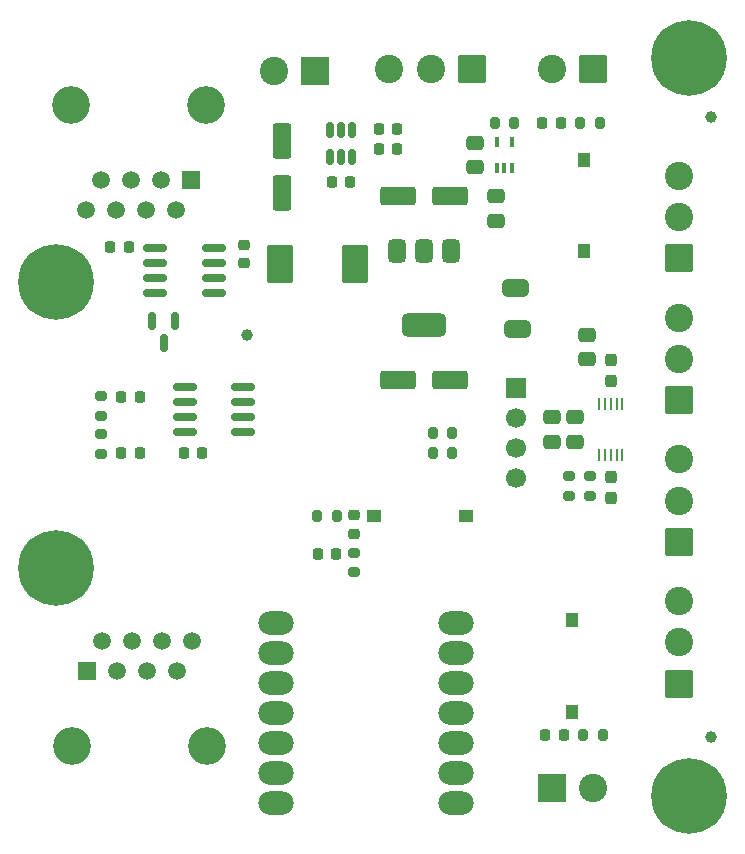
<source format=gbr>
%TF.GenerationSoftware,KiCad,Pcbnew,9.0.1*%
%TF.CreationDate,2026-01-14T23:07:50-05:00*%
%TF.ProjectId,pcb,7063622e-6b69-4636-9164-5f7063625858,1.0*%
%TF.SameCoordinates,Original*%
%TF.FileFunction,Soldermask,Top*%
%TF.FilePolarity,Negative*%
%FSLAX46Y46*%
G04 Gerber Fmt 4.6, Leading zero omitted, Abs format (unit mm)*
G04 Created by KiCad (PCBNEW 9.0.1) date 2026-01-14 23:07:50*
%MOMM*%
%LPD*%
G01*
G04 APERTURE LIST*
G04 Aperture macros list*
%AMRoundRect*
0 Rectangle with rounded corners*
0 $1 Rounding radius*
0 $2 $3 $4 $5 $6 $7 $8 $9 X,Y pos of 4 corners*
0 Add a 4 corners polygon primitive as box body*
4,1,4,$2,$3,$4,$5,$6,$7,$8,$9,$2,$3,0*
0 Add four circle primitives for the rounded corners*
1,1,$1+$1,$2,$3*
1,1,$1+$1,$4,$5*
1,1,$1+$1,$6,$7*
1,1,$1+$1,$8,$9*
0 Add four rect primitives between the rounded corners*
20,1,$1+$1,$2,$3,$4,$5,0*
20,1,$1+$1,$4,$5,$6,$7,0*
20,1,$1+$1,$6,$7,$8,$9,0*
20,1,$1+$1,$8,$9,$2,$3,0*%
%AMFreePoly0*
4,1,23,0.500000,-0.750000,0.000000,-0.750000,0.000000,-0.745722,-0.065263,-0.745722,-0.191342,-0.711940,-0.304381,-0.646677,-0.396677,-0.554381,-0.461940,-0.441342,-0.495722,-0.315263,-0.495722,-0.250000,-0.500000,-0.250000,-0.500000,0.250000,-0.495722,0.250000,-0.495722,0.315263,-0.461940,0.441342,-0.396677,0.554381,-0.304381,0.646677,-0.191342,0.711940,-0.065263,0.745722,0.000000,0.745722,
0.000000,0.750000,0.500000,0.750000,0.500000,-0.750000,0.500000,-0.750000,$1*%
%AMFreePoly1*
4,1,23,0.000000,0.745722,0.065263,0.745722,0.191342,0.711940,0.304381,0.646677,0.396677,0.554381,0.461940,0.441342,0.495722,0.315263,0.495722,0.250000,0.500000,0.250000,0.500000,-0.250000,0.495722,-0.250000,0.495722,-0.315263,0.461940,-0.441342,0.396677,-0.554381,0.304381,-0.646677,0.191342,-0.711940,0.065263,-0.745722,0.000000,-0.745722,0.000000,-0.750000,-0.500000,-0.750000,
-0.500000,0.750000,0.000000,0.750000,0.000000,0.745722,0.000000,0.745722,$1*%
G04 Aperture macros list end*
%ADD10RoundRect,0.200000X-0.200000X-0.275000X0.200000X-0.275000X0.200000X0.275000X-0.200000X0.275000X0*%
%ADD11RoundRect,0.250000X0.475000X-0.337500X0.475000X0.337500X-0.475000X0.337500X-0.475000X-0.337500X0*%
%ADD12RoundRect,0.250000X-0.475000X0.337500X-0.475000X-0.337500X0.475000X-0.337500X0.475000X0.337500X0*%
%ADD13RoundRect,0.200000X-0.275000X0.200000X-0.275000X-0.200000X0.275000X-0.200000X0.275000X0.200000X0*%
%ADD14RoundRect,0.225000X-0.225000X-0.250000X0.225000X-0.250000X0.225000X0.250000X-0.225000X0.250000X0*%
%ADD15C,6.400000*%
%ADD16RoundRect,0.225000X0.250000X-0.225000X0.250000X0.225000X-0.250000X0.225000X-0.250000X-0.225000X0*%
%ADD17RoundRect,0.200000X0.200000X0.275000X-0.200000X0.275000X-0.200000X-0.275000X0.200000X-0.275000X0*%
%ADD18RoundRect,0.218750X-0.218750X-0.256250X0.218750X-0.256250X0.218750X0.256250X-0.218750X0.256250X0*%
%ADD19R,1.250000X1.000000*%
%ADD20RoundRect,0.375000X-0.375000X0.625000X-0.375000X-0.625000X0.375000X-0.625000X0.375000X0.625000X0*%
%ADD21RoundRect,0.500000X-1.400000X0.500000X-1.400000X-0.500000X1.400000X-0.500000X1.400000X0.500000X0*%
%ADD22RoundRect,0.225000X0.225000X0.250000X-0.225000X0.250000X-0.225000X-0.250000X0.225000X-0.250000X0*%
%ADD23RoundRect,0.150000X0.825000X0.150000X-0.825000X0.150000X-0.825000X-0.150000X0.825000X-0.150000X0*%
%ADD24RoundRect,0.250001X0.949999X0.949999X-0.949999X0.949999X-0.949999X-0.949999X0.949999X-0.949999X0*%
%ADD25C,2.400000*%
%ADD26O,3.000000X2.000000*%
%ADD27RoundRect,0.150000X-0.150000X0.587500X-0.150000X-0.587500X0.150000X-0.587500X0.150000X0.587500X0*%
%ADD28FreePoly0,180.000000*%
%ADD29FreePoly1,180.000000*%
%ADD30RoundRect,0.200000X0.275000X-0.200000X0.275000X0.200000X-0.275000X0.200000X-0.275000X-0.200000X0*%
%ADD31C,3.200000*%
%ADD32R,1.500000X1.500000*%
%ADD33C,1.500000*%
%ADD34RoundRect,0.102000X-1.000000X-1.500000X1.000000X-1.500000X1.000000X1.500000X-1.000000X1.500000X0*%
%ADD35RoundRect,0.250000X-1.250000X-0.550000X1.250000X-0.550000X1.250000X0.550000X-1.250000X0.550000X0*%
%ADD36RoundRect,0.250001X0.949999X-0.949999X0.949999X0.949999X-0.949999X0.949999X-0.949999X-0.949999X0*%
%ADD37C,1.000000*%
%ADD38RoundRect,0.100000X0.100000X-0.350000X0.100000X0.350000X-0.100000X0.350000X-0.100000X-0.350000X0*%
%ADD39RoundRect,0.237500X0.237500X-0.287500X0.237500X0.287500X-0.237500X0.287500X-0.237500X-0.287500X0*%
%ADD40R,1.000000X1.250000*%
%ADD41RoundRect,0.250000X-0.550000X1.250000X-0.550000X-1.250000X0.550000X-1.250000X0.550000X1.250000X0*%
%ADD42RoundRect,0.218750X0.218750X0.256250X-0.218750X0.256250X-0.218750X-0.256250X0.218750X-0.256250X0*%
%ADD43R,1.700000X1.700000*%
%ADD44C,1.700000*%
%ADD45R,2.400000X2.400000*%
%ADD46RoundRect,0.237500X-0.237500X0.287500X-0.237500X-0.287500X0.237500X-0.287500X0.237500X0.287500X0*%
%ADD47R,0.250000X1.100000*%
%ADD48RoundRect,0.150000X-0.150000X0.512500X-0.150000X-0.512500X0.150000X-0.512500X0.150000X0.512500X0*%
G04 APERTURE END LIST*
%TO.C,JP1*%
G36*
X87000000Y-78750000D02*
G01*
X86700000Y-78750000D01*
X86700000Y-77250000D01*
X87000000Y-77250000D01*
X87000000Y-78750000D01*
G37*
%TO.C,JP2*%
G36*
X86850000Y-75250000D02*
G01*
X86550000Y-75250000D01*
X86550000Y-73750000D01*
X86850000Y-73750000D01*
X86850000Y-75250000D01*
G37*
%TD*%
D10*
%TO.C,R20*%
X84925000Y-60500000D03*
X86575000Y-60500000D03*
%TD*%
D11*
%TO.C,C17*%
X85000000Y-68787500D03*
X85000000Y-66712500D03*
%TD*%
D12*
%TO.C,C16*%
X83250000Y-62212500D03*
X83250000Y-64287500D03*
%TD*%
D13*
%TO.C,R18*%
X93000000Y-90425000D03*
X93000000Y-92075000D03*
%TD*%
D14*
%TO.C,C11*%
X89225000Y-112375000D03*
X90775000Y-112375000D03*
%TD*%
D15*
%TO.C,H1*%
X101425000Y-55000000D03*
%TD*%
D16*
%TO.C,C10*%
X73000000Y-95300000D03*
X73000000Y-93750000D03*
%TD*%
D17*
%TO.C,R29*%
X81325000Y-86750000D03*
X79675000Y-86750000D03*
%TD*%
D18*
%TO.C,D24*%
X53287500Y-88500000D03*
X54862500Y-88500000D03*
%TD*%
D19*
%TO.C,SW2*%
X74750000Y-93775000D03*
X82500000Y-93775000D03*
%TD*%
D20*
%TO.C,U5*%
X81225000Y-71350000D03*
X78925000Y-71350000D03*
D21*
X78925000Y-77650000D03*
D20*
X76625000Y-71350000D03*
%TD*%
D22*
%TO.C,C13*%
X53950000Y-71000000D03*
X52400000Y-71000000D03*
%TD*%
D23*
%TO.C,U7*%
X61150000Y-74905000D03*
X61150000Y-73635000D03*
X61150000Y-72365000D03*
X61150000Y-71095000D03*
X56200000Y-71095000D03*
X56200000Y-72365000D03*
X56200000Y-73635000D03*
X56200000Y-74905000D03*
%TD*%
D24*
%TO.C,J10*%
X83000000Y-56000000D03*
D25*
X79500000Y-56000000D03*
X76000000Y-56000000D03*
%TD*%
D17*
%TO.C,R19*%
X93825000Y-60500000D03*
X92175000Y-60500000D03*
%TD*%
D22*
%TO.C,C12*%
X60175000Y-88500000D03*
X58625000Y-88500000D03*
%TD*%
D26*
%TO.C,U8*%
X81665000Y-118120000D03*
X81665000Y-115580000D03*
X81665000Y-113040000D03*
X81665000Y-110500000D03*
X81665000Y-107960000D03*
X81665000Y-105420000D03*
X81665000Y-102880000D03*
X66425000Y-102880000D03*
X66425000Y-105420000D03*
X66425000Y-107960000D03*
X66425000Y-110500000D03*
X66425000Y-113040000D03*
X66425000Y-115580000D03*
X66425000Y-118120000D03*
%TD*%
D18*
%TO.C,D25*%
X53287500Y-83750000D03*
X54862500Y-83750000D03*
%TD*%
D27*
%TO.C,D15*%
X57850000Y-77312500D03*
X55950000Y-77312500D03*
X56900000Y-79187500D03*
%TD*%
D28*
%TO.C,JP1*%
X87500000Y-78000000D03*
D29*
X86200000Y-78000000D03*
%TD*%
D30*
%TO.C,R17*%
X91250000Y-92075000D03*
X91250000Y-90425000D03*
%TD*%
D31*
%TO.C,J3*%
X49155000Y-113250000D03*
X60585000Y-113250000D03*
D32*
X50425000Y-106900000D03*
D33*
X51695000Y-104360000D03*
X52965000Y-106900000D03*
X54235000Y-104360000D03*
X55505000Y-106900000D03*
X56775000Y-104360000D03*
X58045000Y-106900000D03*
X59315000Y-104360000D03*
%TD*%
D34*
%TO.C,L1*%
X66725000Y-72500000D03*
X73125000Y-72500000D03*
%TD*%
D35*
%TO.C,C9*%
X76725000Y-82250000D03*
X81125000Y-82250000D03*
%TD*%
D15*
%TO.C,H2*%
X101424996Y-117500000D03*
%TD*%
D22*
%TO.C,C6*%
X76700000Y-62750000D03*
X75150000Y-62750000D03*
%TD*%
D36*
%TO.C,J8*%
X100500000Y-84000000D03*
D25*
X100500000Y-80500000D03*
X100500000Y-77000000D03*
%TD*%
D28*
%TO.C,JP2*%
X87350000Y-74500000D03*
D29*
X86050000Y-74500000D03*
%TD*%
D37*
%TO.C,FID2*%
X103250000Y-60000000D03*
%TD*%
D14*
%TO.C,C15*%
X88975000Y-60500000D03*
X90525000Y-60500000D03*
%TD*%
D38*
%TO.C,U1*%
X85100000Y-64350000D03*
X85750000Y-64350000D03*
X86400000Y-64350000D03*
X86400000Y-62150000D03*
X85100000Y-62150000D03*
%TD*%
D39*
%TO.C,FB2*%
X94750000Y-92250000D03*
X94750000Y-90500000D03*
%TD*%
D12*
%TO.C,C3*%
X92750000Y-78462500D03*
X92750000Y-80537500D03*
%TD*%
D11*
%TO.C,C2*%
X89750000Y-87537500D03*
X89750000Y-85462500D03*
%TD*%
D16*
%TO.C,C14*%
X63675000Y-72390000D03*
X63675000Y-70840000D03*
%TD*%
D11*
%TO.C,C4*%
X91750000Y-87537500D03*
X91750000Y-85462500D03*
%TD*%
D15*
%TO.C,H4*%
X47750000Y-74000000D03*
%TD*%
D37*
%TO.C,FID3*%
X103250000Y-112500000D03*
%TD*%
D24*
%TO.C,J6*%
X93250000Y-56000000D03*
D25*
X89750000Y-56000000D03*
%TD*%
D40*
%TO.C,SW4*%
X92500000Y-63625000D03*
X92500000Y-71375000D03*
%TD*%
D36*
%TO.C,J7*%
X100500000Y-96000000D03*
D25*
X100500000Y-92500000D03*
X100500000Y-89000000D03*
%TD*%
D36*
%TO.C,J2*%
X100500000Y-108000000D03*
D25*
X100500000Y-104500000D03*
X100500000Y-101000000D03*
%TD*%
D17*
%TO.C,R16*%
X94075000Y-112375000D03*
X92425000Y-112375000D03*
%TD*%
D14*
%TO.C,C7*%
X75150000Y-61000000D03*
X76700000Y-61000000D03*
%TD*%
D41*
%TO.C,C1*%
X66925000Y-62050000D03*
X66925000Y-66450000D03*
%TD*%
D36*
%TO.C,J9*%
X100500000Y-72000000D03*
D25*
X100500000Y-68500000D03*
X100500000Y-65000000D03*
%TD*%
D42*
%TO.C,D1*%
X71537500Y-97000000D03*
X69962500Y-97000000D03*
%TD*%
D30*
%TO.C,R44*%
X51575000Y-85325000D03*
X51575000Y-83675000D03*
%TD*%
%TO.C,R10*%
X73000000Y-98575000D03*
X73000000Y-96925000D03*
%TD*%
D35*
%TO.C,C8*%
X76725000Y-66750000D03*
X81125000Y-66750000D03*
%TD*%
D43*
%TO.C,J11*%
X86775000Y-82950000D03*
D44*
X86775000Y-85490000D03*
X86775000Y-88030000D03*
X86775000Y-90570000D03*
%TD*%
D45*
%TO.C,J5*%
X89750000Y-116875000D03*
D25*
X93250000Y-116875000D03*
%TD*%
D23*
%TO.C,U6*%
X63625000Y-86655000D03*
X63625000Y-85385000D03*
X63625000Y-84115000D03*
X63625000Y-82845000D03*
X58675000Y-82845000D03*
X58675000Y-84115000D03*
X58675000Y-85385000D03*
X58675000Y-86655000D03*
%TD*%
D45*
%TO.C,J1*%
X69750000Y-56117500D03*
D25*
X66250000Y-56117500D03*
%TD*%
D13*
%TO.C,R43*%
X51575000Y-86887500D03*
X51575000Y-88537500D03*
%TD*%
D46*
%TO.C,FB1*%
X94750000Y-80625000D03*
X94750000Y-82375000D03*
%TD*%
D10*
%TO.C,R15*%
X69925000Y-93775000D03*
X71575000Y-93775000D03*
%TD*%
D31*
%TO.C,J4*%
X60477500Y-59000000D03*
X49047500Y-59000000D03*
D32*
X59207500Y-65350000D03*
D33*
X57937500Y-67890000D03*
X56667500Y-65350000D03*
X55397500Y-67890000D03*
X54127500Y-65350000D03*
X52857500Y-67890000D03*
X51587500Y-65350000D03*
X50317500Y-67890000D03*
%TD*%
D47*
%TO.C,U2*%
X93750000Y-88650000D03*
X94250000Y-88650000D03*
X94750000Y-88650000D03*
X95250000Y-88650000D03*
X95750000Y-88650000D03*
X95750000Y-84350000D03*
X95250000Y-84350000D03*
X94750000Y-84350000D03*
X94250000Y-84350000D03*
X93750000Y-84350000D03*
%TD*%
D17*
%TO.C,R30*%
X81325000Y-88500000D03*
X79675000Y-88500000D03*
%TD*%
D14*
%TO.C,C5*%
X71150000Y-65500000D03*
X72700000Y-65500000D03*
%TD*%
D40*
%TO.C,SW3*%
X91500000Y-110375000D03*
X91500000Y-102625000D03*
%TD*%
D15*
%TO.C,H3*%
X47750000Y-98250000D03*
%TD*%
D37*
%TO.C,FID1*%
X64000000Y-78500000D03*
%TD*%
D48*
%TO.C,U4*%
X72875000Y-61112500D03*
X71925000Y-61112500D03*
X70975000Y-61112500D03*
X70975000Y-63387500D03*
X71925000Y-63387500D03*
X72875000Y-63387500D03*
%TD*%
M02*

</source>
